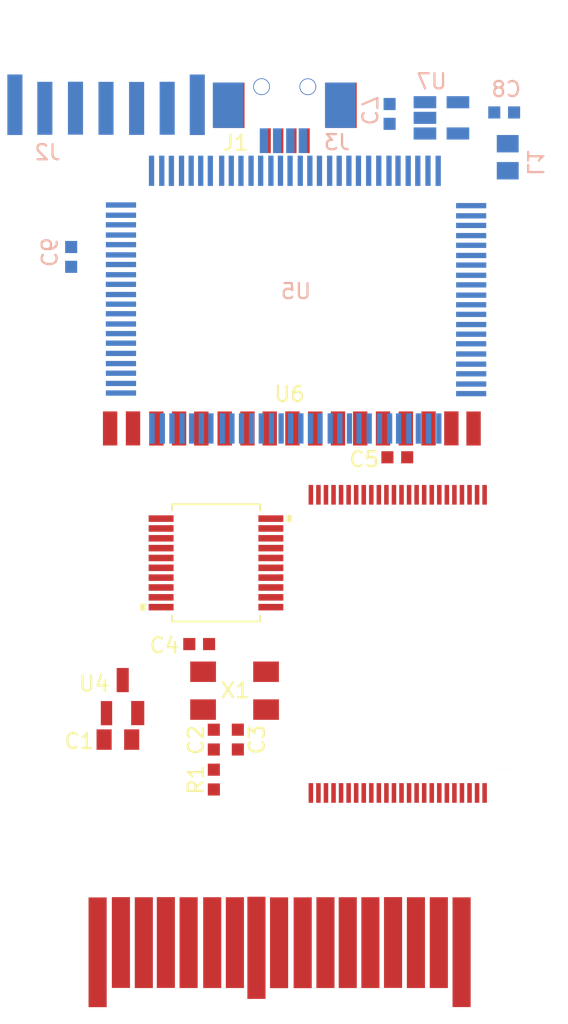
<source format=kicad_pcb>
(kicad_pcb (version 20211014) (generator pcbnew)
  (layers (0 "F.Cu" signal) (1 "In1.Cu" signal) (2 "In2.Cu" signal) (31 "B.Cu" signal) (34 "B.Paste" user) (35 "F.Paste" user) (36 "B.SilkS" user "B.Silkscreen") (37 "F.SilkS" user "F.Silkscreen") (38 "B.Mask" user) (39 "F.Mask" user) (44 "Edge.Cuts" user))
  (net 0 "")
  (net 1 "/USB.VCC")
  (net 2 "/USB.D-")
  (net 3 "/USB.D+")
  (net 4 "/GND")
  (net 5 "/PIC.VUSB")
  (net 6 "/PIC.RC0")
  (net 7 "/PIC.RC1")
  (net 8 "/PIC.RC2")
  (net 9 "/PIC.RB4")
  (net 11 "/PIC.RB6")
  (net 13 "/PIC.RC7")
  (net 14 "/PIC.RC6")
  (net 15 "/PIC.RC3")
  (net 16 "/PIC.RC4")
  (net 17 "/PIC.RC5")
  (net 19 "/PIC.CLKOUT")
  (net 20 "/PIC.CLKIN")
  (net 21 "/VCC")
  (net 22 "/TLV.Vout")
  (net 23 "/Weird.Cap")
  (net 24 "/IRQ")
  (net 25 "/CLK")
  (net 27 "/Sys.CS1")
  (net 28 "/Sys.Reset")
  (net 29 "/Sys.CS2")
  (net 30 "/D0")
  (net 31 "/D1")
  (net 32 "/D2")
  (net 33 "/D3")
  (net 34 "/D4")
  (net 35 "/D5")
  (net 36 "/D6")
  (net 37 "/D7")
  (net 38 "/Cart.CS2")
  (net 39 "/Cart.Reset")
  (net 40 "/Cart.CS1")
  (net 44 "/XC.Vout")
  (net 54 "/Eon.A1")
  (net 55 "/Eon.A2")
  (net 56 "/Eon.A3")
  (net 57 "/Eon.A4")
  (net 58 "/Eon.A5")
  (net 59 "/Eon.A6")
  (net 60 "/Eon.A7")
  (net 61 "/Eon.A17")
  (net 62 "/Eon.A18")
  (net 63 "/Eon.WE")
  (net 64 "/Eon.A19")
  (net 65 "/Eon.A8")
  (net 66 "/Eon.A9")
  (net 67 "/Eon.A10")
  (net 68 "/Eon.A11")
  (net 69 "/Eon.A12")
  (net 70 "/Eon.A13")
  (net 71 "/Eon.A14")
  (net 75 "/Eon.DQ7")
  (net 76 "/Eon.DQ6")
  (net 77 "/Eon.DQ5")
  (net 78 "/Eon.DQ4")
  (net 79 "/Eon.DQ3")
  (net 80 "/Eon.DQ2")
  (net 81 "/Eon.DQ1")
  (net 82 "/Eon.DQ0")
  (net 83 "/Eon.OE")
  (net 84 "/Eon.CE")
  (net 85 "/Eon.A0")
  (net 86 "/Eon.A-1")
  (net 87 "/Eon.A16")
  (net 88 "/Eon.A15")
  (net 94 "/Eon.A20")
  (footprint "DSi Action Replay:Little SMD" (layer "F.Cu") (at 145.768 108.67)
    (fp_text reference "C4" (at -2.3 0.056 unlocked) (layer "F.SilkS"))
    (fp_text value "450 nF")
    (pad "1" smd rect (at -0.652 -0.034) (size 0.8 0.8) (layers "F.Cu" "F.Paste" "F.Mask") (net 4 "/GND"))
    (pad "2" smd rect (at 0.657 -0.035) (size 0.8 0.8) (layers "F.Cu" "F.Paste" "F.Mask") (net 5 "/PIC.VUSB"))
  )
  (footprint "DSi Action Replay:Little SMD" (layer "F.Cu") (at 146.773 114.95 90)
    (fp_text reference "C2" (at -0.029 -1.22 90 unlocked) (layer "F.SilkS"))
    (fp_text value "10 pF")
    (pad "1" smd rect (at -0.652 -0.034 90) (size 0.8 0.8) (layers "F.Cu" "F.Paste" "F.Mask") (net 19 "/PIC.CLKOUT"))
    (pad "2" smd rect (at 0.657 -0.035 90) (size 0.8 0.8) (layers "F.Cu" "F.Paste" "F.Mask") (net 4 "/GND"))
  )
  (footprint "DSi Action Replay:Raw Science FPGA" (layer "F.Cu") (at 152.177 85.825)
    (fp_text reference "U5" (at 0 -0.5 unlocked) (layer "B.SilkS") (effects (justify mirror)))
    (fp_text value "Action_Replay_FPGA")
    (pad "1" smd rect (at 9.452 8.567) (size 0.35 2) (layers "B.Cu" "B.Paste" "B.Mask") (net 4 "/GND"))
    (pad "2" smd rect (at 8.777 8.567) (size 0.35 2) (layers "B.Cu" "B.Paste" "B.Mask"))
    (pad "3" smd rect (at 8.099 8.567) (size 0.35 2) (layers "B.Cu" "B.Paste" "B.Mask"))
    (pad "4" smd rect (at 7.466 8.567) (size 0.35 2) (layers "B.Cu" "B.Paste" "B.Mask"))
    (pad "5" smd rect (at 6.791 8.567) (size 0.35 2) (layers "B.Cu" "B.Paste" "B.Mask"))
    (pad "6" smd rect (at 6.196 8.567) (size 0.35 2) (layers "B.Cu" "B.Paste" "B.Mask"))
    (pad "7" smd rect (at 5.52 8.568) (size 0.35 2) (layers "B.Cu" "B.Paste" "B.Mask"))
    (pad "8" smd rect (at 4.843 8.568) (size 0.35 2) (layers "B.Cu" "B.Paste" "B.Mask"))
    (pad "9" smd rect (at 4.173 8.564) (size 0.35 2) (layers "B.Cu" "B.Paste" "B.Mask") (net 4 "/GND"))
    (pad "10" smd rect (at 3.536 8.564) (size 0.35 2) (layers "B.Cu" "B.Paste" "B.Mask") (net 40 "/Cart.CS1"))
    (pad "11" smd rect (at 2.901 8.565) (size 0.35 2) (layers "B.Cu" "B.Paste" "B.Mask") (net 38 "/Cart.CS2"))
    (pad "12" smd rect (at 2.267 8.563) (size 0.35 2) (layers "B.Cu" "B.Paste" "B.Mask") (net 4 "/GND"))
    (pad "13" smd rect (at 1.591 8.563) (size 0.35 2) (layers "B.Cu" "B.Paste" "B.Mask"))
    (pad "14" smd rect (at 0.956 8.567) (size 0.35 2) (layers "B.Cu" "B.Paste" "B.Mask") (net 44 "/XC.Vout"))
    (pad "15" smd rect (at 0.321 8.562) (size 0.35 2) (layers "B.Cu" "B.Paste" "B.Mask") (net 14 "/PIC.RC6"))
    (pad "16" smd rect (at -0.356 8.565) (size 0.35 2) (layers "B.Cu" "B.Paste" "B.Mask") (net 13 "/PIC.RC7"))
    (pad "17" smd rect (at -0.986 8.565) (size 0.35 2) (layers "B.Cu" "B.Paste" "B.Mask") (net 44 "/XC.Vout"))
    (pad "18" smd rect (at -1.622 8.564) (size 0.35 2) (layers "B.Cu" "B.Paste" "B.Mask") (net 21 "/VCC"))
    (pad "19" smd rect (at -2.296 8.565) (size 0.35 2) (layers "B.Cu" "B.Paste" "B.Mask") (net 11 "/PIC.RB6"))
    (pad "20" smd rect (at -2.934 8.565) (size 0.35 2) (layers "B.Cu" "B.Paste" "B.Mask") (net 9 "/PIC.RB4"))
    (pad "21" smd rect (at -3.606 8.565) (size 0.35 2) (layers "B.Cu" "B.Paste" "B.Mask") (net 8 "/PIC.RC2"))
    (pad "22" smd rect (at -4.241 8.566) (size 0.35 2) (layers "B.Cu" "B.Paste" "B.Mask"))
    (pad "23" smd rect (at -4.877 8.567) (size 0.35 2) (layers "B.Cu" "B.Paste" "B.Mask") (net 19 "/PIC.CLKOUT"))
    (pad "24" smd rect (at -5.632 8.564) (size 0.35 2) (layers "B.Cu" "B.Paste" "B.Mask") (net 21 "/VCC"))
    (pad "25" smd rect (at -6.265 8.564) (size 0.35 2) (layers "B.Cu" "B.Paste" "B.Mask") (net 4 "/GND"))
    (pad "26" smd rect (at -6.906 8.567) (size 0.35 2) (layers "B.Cu" "B.Paste" "B.Mask") (net 54 "/Eon.A1"))
    (pad "27" smd rect (at -7.537 8.567) (size 0.35 2) (layers "B.Cu" "B.Paste" "B.Mask") (net 55 "/Eon.A2"))
    (pad "28" smd rect (at -8.21 8.563) (size 0.35 2) (layers "B.Cu" "B.Paste" "B.Mask") (net 56 "/Eon.A3"))
    (pad "29" smd rect (at -8.845 8.566) (size 0.35 2) (layers "B.Cu" "B.Paste" "B.Mask") (net 57 "/Eon.A4"))
    (pad "30" smd rect (at -9.521 8.566) (size 0.35 2) (layers "B.Cu" "B.Paste" "B.Mask") (net 58 "/Eon.A5"))
    (pad "31" smd rect (at -11.586 6.224) (size 2 0.35) (layers "B.Cu" "B.Paste" "B.Mask") (net 59 "/Eon.A6"))
    (pad "32" smd rect (at -11.583 5.589) (size 2 0.35) (layers "B.Cu" "B.Paste" "B.Mask") (net 60 "/Eon.A7"))
    (pad "33" smd rect (at -11.584 4.914) (size 2 0.35) (layers "B.Cu" "B.Paste" "B.Mask") (net 61 "/Eon.A17"))
    (pad "34" smd rect (at -11.586 4.279) (size 2 0.35) (layers "B.Cu" "B.Paste" "B.Mask") (net 62 "/Eon.A18"))
    (pad "35" smd rect (at -11.584 3.605) (size 2 0.35) (layers "B.Cu" "B.Paste" "B.Mask") (net 63 "/Eon.WE"))
    (pad "36" smd rect (at -11.585 2.93) (size 2 0.35) (layers "B.Cu" "B.Paste" "B.Mask") (net 64 "/Eon.A19"))
    (pad "37" smd rect (at -11.585 2.299) (size 2 0.35) (layers "B.Cu" "B.Paste" "B.Mask") (net 44 "/XC.Vout"))
    (pad "38" smd rect (at -11.587 1.661) (size 2 0.35) (layers "B.Cu" "B.Paste" "B.Mask") (net 4 "/GND"))
    (pad "39" smd rect (at -11.587 0.985) (size 2 0.35) (layers "B.Cu" "B.Paste" "B.Mask") (net 21 "/VCC"))
    (pad "40" smd rect (at -11.585 0.352) (size 2 0.35) (layers "B.Cu" "B.Paste" "B.Mask") (net 65 "/Eon.A8"))
    (pad "41" smd rect (at -11.585 -0.284) (size 2 0.35) (layers "B.Cu" "B.Paste" "B.Mask") (net 66 "/Eon.A9"))
    (pad "42" smd rect (at -11.587 -0.958) (size 2 0.35) (layers "B.Cu" "B.Paste" "B.Mask") (net 67 "/Eon.A10"))
    (pad "43" smd rect (at -11.585 -1.593) (size 2 0.35) (layers "B.Cu" "B.Paste" "B.Mask") (net 68 "/Eon.A11"))
    (pad "44" smd rect (at -11.585 -2.268) (size 2 0.35) (layers "B.Cu" "B.Paste" "B.Mask") (net 69 "/Eon.A12"))
    (pad "45" smd rect (at -11.584 -2.903) (size 2 0.35) (layers "B.Cu" "B.Paste" "B.Mask") (net 70 "/Eon.A13"))
    (pad "46" smd rect (at -11.584 -3.579) (size 2 0.35) (layers "B.Cu" "B.Paste" "B.Mask") (net 71 "/Eon.A14"))
    (pad "47" smd rect (at -11.585 -4.215) (size 2 0.35) (layers "B.Cu" "B.Paste" "B.Mask") (net 6 "/PIC.RC0"))
    (pad "48" smd rect (at -11.587 -4.891) (size 2 0.35) (layers "B.Cu" "B.Paste" "B.Mask") (net 7 "/PIC.RC1"))
    (pad "49" smd rect (at -11.584 -5.524) (size 2 0.35) (layers "B.Cu" "B.Paste" "B.Mask") (net 15 "/PIC.RC3"))
    (pad "50" smd rect (at -11.583 -6.2) (size 2 0.35) (layers "B.Cu" "B.Paste" "B.Mask") (net 21 "/VCC"))
    (pad "51" smd rect (at -9.561 -8.462) (size 0.35 2) (layers "B.Cu" "B.Paste" "B.Mask") (net 4 "/GND"))
    (pad "52" smd rect (at -8.883 -8.46) (size 0.35 2) (layers "B.Cu" "B.Paste" "B.Mask") (net 21 "/VCC"))
    (pad "53" smd rect (at -8.248 -8.456) (size 0.35 2) (layers "B.Cu" "B.Paste" "B.Mask"))
    (pad "54" smd rect (at -7.575 -8.461) (size 0.35 2) (layers "B.Cu" "B.Paste" "B.Mask") (net 16 "/PIC.RC4"))
    (pad "55" smd rect (at -6.938 -8.462) (size 0.35 2) (layers "B.Cu" "B.Paste" "B.Mask") (net 17 "/PIC.RC5"))
    (pad "56" smd rect (at -6.306 -8.46) (size 0.35 2) (layers "B.Cu" "B.Paste" "B.Mask") (net 21 "/VCC"))
    (pad "57" smd rect (at -5.67 -8.457) (size 0.35 2) (layers "B.Cu" "B.Paste" "B.Mask"))
    (pad "58" smd rect (at -4.918 -8.461) (size 0.35 2) (layers "B.Cu" "B.Paste" "B.Mask"))
    (pad "59" smd rect (at -4.283 -8.46) (size 0.35 2) (layers "B.Cu" "B.Paste" "B.Mask") (net 25 "/CLK"))
    (pad "60" smd rect (at -3.643 -8.457) (size 0.35 2) (layers "B.Cu" "B.Paste" "B.Mask") (net 27 "/Sys.CS1"))
    (pad "61" smd rect (at -2.974 -8.461) (size 0.35 2) (layers "B.Cu" "B.Paste" "B.Mask") (net 28 "/Sys.Reset"))
    (pad "62" smd rect (at -2.338 -8.461) (size 0.35 2) (layers "B.Cu" "B.Paste" "B.Mask") (net 29 "/Sys.CS2"))
    (pad "63" smd rect (at -1.66 -8.461) (size 0.35 2) (layers "B.Cu" "B.Paste" "B.Mask") (net 30 "/D0"))
    (pad "64" smd rect (at -1.028 -8.464) (size 0.35 2) (layers "B.Cu" "B.Paste" "B.Mask") (net 31 "/D1"))
    (pad "65" smd rect (at -0.392 -8.459) (size 0.35 2) (layers "B.Cu" "B.Paste" "B.Mask") (net 32 "/D2"))
    (pad "66" smd rect (at 0.284 -8.462) (size 0.35 2) (layers "B.Cu" "B.Paste" "B.Mask") (net 21 "/VCC"))
    (pad "67" smd rect (at 0.918 -8.461) (size 0.35 2) (layers "B.Cu" "B.Paste" "B.Mask") (net 4 "/GND"))
    (pad "68" smd rect (at 1.553 -8.459) (size 0.35 2) (layers "B.Cu" "B.Paste" "B.Mask") (net 44 "/XC.Vout"))
    (pad "69" smd rect (at 2.229 -8.461) (size 0.35 2) (layers "B.Cu" "B.Paste" "B.Mask") (net 33 "/D3"))
    (pad "70" smd rect (at 2.859 -8.46) (size 0.35 2) (layers "B.Cu" "B.Paste" "B.Mask") (net 34 "/D4"))
    (pad "71" smd rect (at 3.5 -8.462) (size 0.35 2) (layers "B.Cu" "B.Paste" "B.Mask") (net 35 "/D5"))
    (pad "72" smd rect (at 4.133 -8.462) (size 0.35 2) (layers "B.Cu" "B.Paste" "B.Mask") (net 36 "/D6"))
    (pad "73" smd rect (at 4.81 -8.463) (size 0.35 2) (layers "B.Cu" "B.Paste" "B.Mask") (net 37 "/D7"))
    (pad "74" smd rect (at 5.479 -8.463) (size 0.35 2) (layers "B.Cu" "B.Paste" "B.Mask") (net 21 "/VCC"))
    (pad "75" smd rect (at 6.154 -8.462) (size 0.35 2) (layers "B.Cu" "B.Paste" "B.Mask") (net 4 "/GND"))
    (pad "76" smd rect (at 6.752 -8.462) (size 0.35 2) (layers "B.Cu" "B.Paste" "B.Mask") (net 75 "/Eon.DQ7"))
    (pad "77" smd rect (at 7.425 -8.459) (size 0.35 2) (layers "B.Cu" "B.Paste" "B.Mask") (net 76 "/Eon.DQ6"))
    (pad "78" smd rect (at 8.062 -8.459) (size 0.35 2) (layers "B.Cu" "B.Paste" "B.Mask") (net 77 "/Eon.DQ5"))
    (pad "79" smd rect (at 8.735 -8.464) (size 0.35 2) (layers "B.Cu" "B.Paste" "B.Mask") (net 78 "/Eon.DQ4"))
    (pad "80" smd rect (at 9.41 -8.459) (size 0.35 2) (layers "B.Cu" "B.Paste" "B.Mask") (net 79 "/Eon.DQ3"))
    (pad "81" smd rect (at 11.593 -6.156) (size 2 0.35) (layers "B.Cu" "B.Paste" "B.Mask") (net 80 "/Eon.DQ2"))
    (pad "82" smd rect (at 11.593 -5.485) (size 2 0.35) (layers "B.Cu" "B.Paste" "B.Mask") (net 81 "/Eon.DQ1"))
    (pad "83" smd rect (at 11.592 -4.851) (size 2 0.35) (layers "B.Cu" "B.Paste" "B.Mask") (net 82 "/Eon.DQ0"))
    (pad "84" smd rect (at 11.594 -4.177) (size 2 0.35) (layers "B.Cu" "B.Paste" "B.Mask") (net 83 "/Eon.OE"))
    (pad "85" smd rect (at 11.593 -3.537) (size 2 0.35) (layers "B.Cu" "B.Paste" "B.Mask") (net 84 "/Eon.CE"))
    (pad "86" smd rect (at 11.596 -2.866) (size 2 0.35) (layers "B.Cu" "B.Paste" "B.Mask") (net 85 "/Eon.A0"))
    (pad "87" smd rect (at 11.596 -2.231) (size 2 0.35) (layers "B.Cu" "B.Paste" "B.Mask") (net 21 "/VCC"))
    (pad "88" smd rect (at 11.593 -1.555) (size 2 0.35) (layers "B.Cu" "B.Paste" "B.Mask") (net 4 "/GND"))
    (pad "89" smd rect (at 11.597 -0.924) (size 2 0.35) (layers "B.Cu" "B.Paste" "B.Mask") (net 44 "/XC.Vout"))
    (pad "90" smd rect (at 11.597 -0.244) (size 2 0.35) (layers "B.Cu" "B.Paste" "B.Mask") (net 86 "/Eon.A-1"))
    (pad "91" smd rect (at 11.593 0.392) (size 2 0.35) (layers "B.Cu" "B.Paste" "B.Mask") (net 87 "/Eon.A16"))
    (pad "92" smd rect (at 11.593 1.025) (size 2 0.35) (layers "B.Cu" "B.Paste" "B.Mask") (net 88 "/Eon.A15"))
    (pad "93" smd rect (at 11.594 1.699) (size 2 0.35) (layers "B.Cu" "B.Paste" "B.Mask"))
    (pad "94" smd rect (at 11.594 2.335) (size 2 0.35) (layers "B.Cu" "B.Paste" "B.Mask") (net 24 "/IRQ"))
    (pad "95" smd rect (at 11.592 2.97) (size 2 0.35) (layers "B.Cu" "B.Paste" "B.Mask") (net 39 "/Cart.Reset"))
    (pad "96" smd rect (at 11.594 3.643) (size 2 0.35) (layers "B.Cu" "B.Paste" "B.Mask"))
    (pad "97" smd rect (at 11.593 4.315) (size 2 0.35) (layers "B.Cu" "B.Paste" "B.Mask"))
    (pad "98" smd rect (at 11.597 4.953) (size 2 0.35) (layers "B.Cu" "B.Paste" "B.Mask"))
    (pad "99" smd rect (at 11.593 5.628) (size 2 0.35) (layers "B.Cu" "B.Paste" "B.Mask"))
    (pad "100" smd rect (at 11.593 6.264) (size 2 0.35) (layers "B.Cu" "B.Paste" "B.Mask") (net 94 "/Eon.A20"))
  )
  (footprint "DSi Action Replay:Board Edge Rear Connector" (layer "F.Cu") (at 139.563 73.265)
    (fp_text reference "J2" (at -3.831 2.883 unlocked) (layer "B.SilkS") (effects (justify mirror)))
    (fp_text value "Board Edge Connector")
    (pad "1" smd rect (at 6.08 -0.262) (size 1 4) (layers "B.Cu" "B.Paste" "B.Mask") (net 21 "/VCC"))
    (pad "2" smd rect (at 4.088 -0.032) (size 1 3.5) (layers "B.Cu" "B.Paste" "B.Mask") (net 6 "/PIC.RC0"))
    (pad "3" smd rect (at 2.065 -0.022) (size 1 3.5) (layers "B.Cu" "B.Paste" "B.Mask") (net 7 "/PIC.RC1"))
    (pad "4" smd rect (at 0.04 -0.027) (size 1 3.5) (layers "B.Cu" "B.Paste" "B.Mask") (net 15 "/PIC.RC3"))
    (pad "5" smd rect (at -1.98 -0.038) (size 1 3.5) (layers "B.Cu" "B.Paste" "B.Mask") (net 16 "/PIC.RC4"))
    (pad "6" smd rect (at -4.007 -0.03) (size 1 3.5) (layers "B.Cu" "B.Paste" "B.Mask") (net 17 "/PIC.RC5"))
    (pad "7" smd rect (at -5.989 -0.264) (size 1 4) (layers "B.Cu" "B.Paste" "B.Mask") (net 4 "/GND"))
  )
  (footprint "DSi Action Replay:Big SMD" (layer "F.Cu") (at 140.369 114.954)
    (fp_text reference "C1" (at -2.544 0.1 unlocked) (layer "F.SilkS"))
    (fp_text value "100 nF")
    (pad "1" smd rect (at -0.892 -0.008) (size 1 1.35) (layers "F.Cu" "F.Paste" "F.Mask") (net 4 "/GND"))
    (pad "2" smd rect (at 0.933 -0.008) (size 1 1.35) (layers "F.Cu" "F.Paste" "F.Mask") (net 44 "/XC.Vout"))
  )
  (footprint "DSi Action Replay:65E9 SOT-23" (layer "F.Cu") (at 140.648 112.107)
    (fp_text reference "U4" (at -1.838 -0.856 unlocked) (layer "F.SilkS"))
    (fp_text value "XC6206P152")
    (pad "1" smd rect (at -1.013 1.094) (size 0.75 1.6) (layers "F.Cu" "F.Paste" "F.Mask") (net 4 "/GND"))
    (pad "2" smd rect (at 1.054 1.088) (size 0.87 1.6) (layers "F.Cu" "F.Paste" "F.Mask") (net 44 "/XC.Vout"))
    (pad "3" smd rect (at 0.06 -1.093) (size 0.8 1.6) (layers "F.Cu" "F.Paste" "F.Mask") (net 21 "/VCC"))
  )
  (footprint "DSi Action Replay:PIC18F14K50-I&slash_SS" (layer "F.Cu") (at 146.882 103.271 180)
    (fp_text reference "U3" hide)
    (fp_text value "PIC18F14K50-I/SS" hide)
    (fp_line (start -2.921 -3.8735) (end -2.921 -3.473641) (layer "F.SilkS") (width 0.12))
    (fp_line (start -2.921 3.8735) (end 2.921 3.8735) (layer "F.SilkS") (width 0.12))
    (fp_line (start 2.921 -3.473638) (end 2.921 -3.8735) (layer "F.SilkS") (width 0.12))
    (fp_line (start -2.921 3.473638) (end -2.921 3.8735) (layer "F.SilkS") (width 0.12))
    (fp_line (start 2.921 -3.8735) (end -2.921 -3.8735) (layer "F.SilkS") (width 0.12))
    (fp_line (start 2.921 3.8735) (end 2.921 3.473641) (layer "F.SilkS") (width 0.12))
    (fp_poly (pts (xy 4.9657 -3.115498) (xy 4.9657 -2.734498) (xy 4.7117 -2.734498) (xy 4.7117 -3.115498)) (layer "F.SilkS") (width 0.1) (fill solid))
    (fp_poly (pts (xy -4.9657 2.734498) (xy -4.9657 3.115498) (xy -4.7117 3.115498) (xy -4.7117 2.734498)) (layer "F.SilkS") (width 0.1) (fill solid))
    (pad "1" smd rect (at -3.6322 -2.925 180) (size 1.651 0.4318) (layers "F.Cu" "F.Paste" "F.Mask") (net 21 "/VCC"))
    (pad "2" smd rect (at -3.6322 -2.274999 180) (size 1.651 0.4318) (layers "F.Cu" "F.Paste" "F.Mask") (net 20 "/PIC.CLKIN"))
    (pad "3" smd rect (at -3.6322 -1.625001 180) (size 1.651 0.4318) (layers "F.Cu" "F.Paste" "F.Mask") (net 19 "/PIC.CLKOUT"))
    (pad "4" smd rect (at -3.6322 -0.974999 180) (size 1.651 0.4318) (layers "F.Cu" "F.Paste" "F.Mask"))
    (pad "5" smd rect (at -3.6322 -0.325001 180) (size 1.651 0.4318) (layers "F.Cu" "F.Paste" "F.Mask") (net 17 "/PIC.RC5"))
    (pad "6" smd rect (at -3.6322 0.324998 180) (size 1.651 0.4318) (layers "F.Cu" "F.Paste" "F.Mask") (net 16 "/PIC.RC4"))
    (pad "7" smd rect (at -3.6322 0.974999 180) (size 1.651 0.4318) (layers "F.Cu" "F.Paste" "F.Mask") (net 15 "/PIC.RC3"))
    (pad "8" smd rect (at -3.6322 1.624998 180) (size 1.651 0.4318) (layers "F.Cu" "F.Paste" "F.Mask") (net 14 "/PIC.RC6"))
    (pad "9" smd rect (at -3.6322 2.274999 180) (size 1.651 0.4318) (layers "F.Cu" "F.Paste" "F.Mask") (net 13 "/PIC.RC7"))
    (pad "10" smd rect (at -3.6322 2.924998 180) (size 1.651 0.4318) (layers "F.Cu" "F.Paste" "F.Mask"))
    (pad "11" smd rect (at 3.6322 2.925 180) (size 1.651 0.4318) (layers "F.Cu" "F.Paste" "F.Mask") (net 11 "/PIC.RB6"))
    (pad "12" smd rect (at 3.6322 2.275002 180) (size 1.651 0.4318) (layers "F.Cu" "F.Paste" "F.Mask"))
    (pad "13" smd rect (at 3.6322 1.625001 180) (size 1.651 0.4318) (layers "F.Cu" "F.Paste" "F.Mask") (net 9 "/PIC.RB4"))
    (pad "14" smd rect (at 3.6322 0.975002 180) (size 1.651 0.4318) (layers "F.Cu" "F.Paste" "F.Mask") (net 8 "/PIC.RC2"))
    (pad "15" smd rect (at 3.6322 0.325001 180) (size 1.651 0.4318) (layers "F.Cu" "F.Paste" "F.Mask") (net 7 "/PIC.RC1"))
    (pad "16" smd rect (at 3.6322 -0.324998 180) (size 1.651 0.4318) (layers "F.Cu" "F.Paste" "F.Mask") (net 6 "/PIC.RC0"))
    (pad "17" smd rect (at 3.6322 -0.974999 180) (size 1.651 0.4318) (layers "F.Cu" "F.Paste" "F.Mask") (net 5 "/PIC.VUSB"))
    (pad "18" smd rect (at 3.6322 -1.624998 180) (size 1.651 0.4318) (layers "F.Cu" "F.Paste" "F.Mask") (net 2 "/USB.D-"))
    (pad "19" smd rect (at 3.6322 -2.274999 180) (size 1.651 0.4318) (layers "F.Cu" "F.Paste" "F.Mask") (net 3 "/USB.D+"))
    (pad "20" smd rect (at 3.6322 -2.924998 180) (size 1.651 0.4318) (layers "F.Cu" "F.Paste" "F.Mask") (net 4 "/GND"))
  )
  (footprint "MountingHole:MountingHole_2.1mm" (layer "F.Cu") (at 166.946 88.077)
    (fp_text reference "H2" hide)
    (fp_text value "MountingHole_2.1mm")
    (pad "" np_thru_hole circle (at 0 0) (size 1.75 1.75) (drill 1.75) (layers F&B.Cu *.Mask))
  )
  (footprint "DSi Action Replay:USB Adapter" (layer "F.Cu") (at 151.502 73.869)
    (fp_text reference "J1" (at -3.33 1.647 unlocked) (layer "F.SilkS"))
    (fp_text value "USB Port")
    (pad "1" smd rect (at -3.732 -0.832) (size 2 3) (layers "F.Cu" "F.Paste" "F.Mask") (net 4 "/GND"))
    (pad "1" smd rect (at 3.692 -0.834) (size 2 3) (layers "F.Cu" "F.Paste" "F.Mask") (net 4 "/GND"))
    (pad "1" smd rect (at -1.269 1.506) (size 0.55 1.63) (layers "F.Cu" "F.Paste" "F.Mask") (net 4 "/GND"))
    (pad "2" smd rect (at -0.435 1.511) (size 0.55 1.63) (layers "F.Cu" "F.Paste" "F.Mask") (net 3 "/USB.D+"))
    (pad "3" smd rect (at 0.435 1.511) (size 0.55 1.63) (layers "F.Cu" "F.Paste" "F.Mask") (net 2 "/USB.D-"))
    (pad "4" smd rect (at 1.309 1.51) (size 0.55 1.63) (layers "F.Cu" "F.Paste" "F.Mask") (net 1 "/USB.VCC"))
  )
  (footprint "DSi Action Replay:DS Slot" (layer "F.Cu") (at 151.918 94.371)
    (fp_text reference "U6" (at -0.166 -2.251 unlocked) (layer "F.SilkS"))
    (fp_text value "NDS_Cart_Slot")
    (pad "1" smd rect (at 12.011 0.021) (size 0.95 2.25) (layers "F.Cu" "F.Paste" "F.Mask") (net 4 "/GND"))
    (pad "2" smd rect (at 10.541 0.014) (size 0.95 2.25) (layers "F.Cu" "F.Paste" "F.Mask") (net 25 "/CLK"))
    (pad "3" smd rect (at 9.032 0.018) (size 0.95 2.25) (layers "F.Cu" "F.Paste" "F.Mask"))
    (pad "4" smd rect (at 7.53 0.018) (size 0.95 2.25) (layers "F.Cu" "F.Paste" "F.Mask") (net 40 "/Cart.CS1"))
    (pad "5" smd rect (at 6.02 0.019) (size 0.95 2.25) (layers "F.Cu" "F.Paste" "F.Mask") (net 39 "/Cart.Reset"))
    (pad "6" smd rect (at 4.509 0.019) (size 0.95 2.25) (layers "F.Cu" "F.Paste" "F.Mask") (net 38 "/Cart.CS2"))
    (pad "7" smd rect (at 3.04 0.018) (size 0.95 2.25) (layers "F.Cu" "F.Paste" "F.Mask") (net 24 "/IRQ"))
    (pad "8" smd rect (at 1.532 0.023) (size 0.95 2.25) (layers "F.Cu" "F.Paste" "F.Mask") (net 21 "/VCC"))
    (pad "9" smd rect (at 0.023 0.017) (size 0.95 2.25) (layers "F.Cu" "F.Paste" "F.Mask") (net 30 "/D0"))
    (pad "10" smd rect (at -1.48 0.02) (size 0.95 2.25) (layers "F.Cu" "F.Paste" "F.Mask") (net 31 "/D1"))
    (pad "11" smd rect (at -2.952 0.019) (size 0.95 2.25) (layers "F.Cu" "F.Paste" "F.Mask") (net 32 "/D2"))
    (pad "12" smd rect (at -4.461 0.021) (size 0.95 2.25) (layers "F.Cu" "F.Paste" "F.Mask") (net 33 "/D3"))
    (pad "13" smd rect (at -6.006 0.024) (size 0.95 2.25) (layers "F.Cu" "F.Paste" "F.Mask") (net 34 "/D4"))
    (pad "14" smd rect (at -7.479 0.019) (size 0.95 2.25) (layers "F.Cu" "F.Paste" "F.Mask") (net 35 "/D5"))
    (pad "15" smd rect (at -8.981 0.023) (size 0.95 2.25) (layers "F.Cu" "F.Paste" "F.Mask") (net 36 "/D6"))
    (pad "16" smd rect (at -10.528 0.015) (size 0.95 2.25) (layers "F.Cu" "F.Paste" "F.Mask") (net 37 "/D7"))
    (pad "17" smd rect (at -12.042 0.018) (size 0.95 2.25) (layers "F.Cu" "F.Paste" "F.Mask") (net 4 "/GND"))
  )
  (footprint "DSi Action Replay:Little SMD" (layer "F.Cu") (at 148.363 114.947 90)
    (fp_text reference "C3" (at -0.002 1.232 90 unlocked) (layer "F.SilkS"))
    (fp_text value "10 pF")
    (pad "1" smd rect (at -0.652 -0.034 90) (size 0.8 0.8) (layers "F.Cu" "F.Paste" "F.Mask") (net 20 "/PIC.CLKIN"))
    (pad "2" smd rect (at 0.657 -0.035 90) (size 0.8 0.8) (layers "F.Cu" "F.Paste" "F.Mask") (net 4 "/GND"))
  )
  (footprint "DSi Action Replay:ODN  SOT-23-5" (layer "F.Cu") (at 161.708 73.898)
    (fp_text reference "U7" (at -0.557 -2.433 unlocked) (layer "B.SilkS") (effects (justify mirror)))
    (fp_text value "TLV70033DDCT")
    (pad "1" smd rect (at -0.997 1.002) (size 1.5 0.8) (layers "B.Cu" "B.Paste" "B.Mask") (net 1 "/USB.VCC"))
    (pad "2" smd rect (at -0.996 -0.032) (size 1.5 0.8) (layers "B.Cu" "B.Paste" "B.Mask") (net 4 "/GND"))
    (pad "3" smd rect (at -0.997 -1.064) (size 1.5 0.8) (layers "B.Cu" "B.Paste" "B.Mask") (net 1 "/USB.VCC"))
    (pad "4" smd rect (at 1.187 -1.062) (size 1.5 0.8) (layers "B.Cu" "B.Paste" "B.Mask") (net 23 "/Weird.Cap"))
    (pad "5" smd rect (at 1.186 1.001) (size 1.5 0.8) (layers "B.Cu" "B.Paste" "B.Mask") (net 22 "/TLV.Vout"))
  )
  (footprint "DSi Action Replay:Edge Connector" (layer "F.Cu") (at 151.082 128.308)
    (fp_text reference "U1" hide)
    (fp_text value "NDS_Cart_Edge")
    (pad "1" smd rect (at -12.034 0.693) (size 1.2 7.25) (layers "F.Cu" "F.Paste" "F.Mask") (net 4 "/GND"))
    (pad "2" smd rect (at -10.492 0.047) (size 1.2 6) (layers "F.Cu" "F.Paste" "F.Mask") (net 25 "/CLK"))
    (pad "3" smd rect (at -8.977 0.055) (size 1.2 6) (layers "F.Cu" "F.Paste" "F.Mask"))
    (pad "4" smd rect (at -7.518 0.047) (size 1.2 6) (layers "F.Cu" "F.Paste" "F.Mask") (net 27 "/Sys.CS1"))
    (pad "5" smd rect (at -6.011 0.054) (size 1.2 6) (layers "F.Cu" "F.Paste" "F.Mask") (net 28 "/Sys.Reset"))
    (pad "6" smd rect (at -4.448 0.054) (size 1.2 6) (layers "F.Cu" "F.Paste" "F.Mask") (net 29 "/Sys.CS2"))
    (pad "7" smd rect (at -2.949 0.054) (size 1.2 6) (layers "F.Cu" "F.Paste" "F.Mask") (net 24 "/IRQ"))
    (pad "8" smd rect (at -1.522 0.397) (size 1.2 6.75) (layers "F.Cu" "F.Paste" "F.Mask") (net 21 "/VCC"))
    (pad "9" smd rect (at -0.025 0.062) (size 1.2 6) (layers "F.Cu" "F.Paste" "F.Mask") (net 30 "/D0"))
    (pad "10" smd rect (at 1.538 0.062) (size 1.2 6) (layers "F.Cu" "F.Paste" "F.Mask") (net 31 "/D1"))
    (pad "11" smd rect (at 3.045 0.054) (size 1.2 6) (layers "F.Cu" "F.Paste" "F.Mask") (net 32 "/D2"))
    (pad "12" smd rect (at 4.52 0.054) (size 1.2 6) (layers "F.Cu" "F.Paste" "F.Mask") (net 33 "/D3"))
    (pad "13" smd rect (at 6.019 0.054) (size 1.2 6) (layers "F.Cu" "F.Paste" "F.Mask") (net 34 "/D4"))
    (pad "14" smd rect (at 7.518 0.046) (size 1.2 6) (layers "F.Cu" "F.Paste" "F.Mask") (net 35 "/D5"))
    (pad "15" smd rect (at 9.033 0.054) (size 1.2 6) (layers "F.Cu" "F.Paste" "F.Mask") (net 36 "/D6"))
    (pad "16" smd rect (at 10.548 0.054) (size 1.2 6) (layers "F.Cu" "F.Paste" "F.Mask") (net 37 "/D7"))
    (pad "17" smd rect (at 12.055 0.687) (size 1.2 7.25) (layers "F.Cu" "F.Paste" "F.Mask") (net 4 "/GND"))
  )
  (footprint "DSi Action Replay:Clock" (layer "F.Cu") (at 148.13 111.727)
    (fp_text reference "X1" (at 0.025 -0.036 unlocked) (layer "F.SilkS"))
    (fp_text value "WTL K4 12 MHz")
    (pad "1" smd rect (at -2.103 1.238) (size 1.7 1.35) (layers "F.Cu" "F.Paste" "F.Mask") (net 19 "/PIC.CLKOUT"))
    (pad "2" smd rect (at 2.067 1.238) (size 1.7 1.35) (layers "F.Cu" "F.Paste" "F.Mask"))
    (pad "3" smd rect (at 2.066 -1.264) (size 1.7 1.35) (layers "F.Cu" "F.Paste" "F.Mask") (net 20 "/PIC.CLKIN"))
    (pad "4" smd rect (at -2.101 -1.264) (size 1.7 1.35) (layers "F.Cu" "F.Paste" "F.Mask"))
  )
  (footprint "DSi Action Replay:Little SMD" (layer "F.Cu") (at 158.879 96.328)
    (fp_text reference "C5" (at -2.194 0.106 unlocked) (layer "F.SilkS"))
    (fp_text value "100 nF")
    (pad "1" smd rect (at -0.652 -0.034) (size 0.8 0.8) (layers "F.Cu" "F.Paste" "F.Mask") (net 21 "/VCC"))
    (pad "2" smd rect (at 0.657 -0.035) (size 0.8 0.8) (layers "F.Cu" "F.Paste" "F.Mask") (net 4 "/GND"))
  )
  (footprint "MountingHole:MountingHole_2.1mm" (layer "F.Cu") (at 135.862 88.035)
    (fp_text reference "H1" hide)
    (fp_text value "MountingHole_2.1mm")
    (pad "" np_thru_hole circle (at 0 0) (size 1.75 1.75) (drill 1.75) (layers F&B.Cu *.Mask))
  )
  (footprint "DSi Action Replay:Ferrite Inductor" (layer "F.Cu") (at 166.168 76.461)
    (fp_text reference "L1" (at 1.833 0.347 -90 unlocked) (layer "B.SilkS") (effects (justify mirror)))
    (fp_text value "2.2 uH")
    (pad "1" smd rect (at 0.022 0.9) (size 1.45 1.15) (layers "B.Cu" "B.Paste" "B.Mask") (net 21 "/VCC"))
    (pad "2" smd rect (at 0.021 -0.886) (size 1.45 1.15) (layers "B.Cu" "B.Paste" "B.Mask") (net 22 "/TLV.Vout"))
  )
  (footprint "DSi Action Replay:Little SMD" (layer "F.Cu") (at 146.775 117.59 90)
    (fp_text reference "R1" (at -0.006 -1.232 90 unlocked) (layer "F.SilkS"))
    (fp_text value "102")
    (pad "1" smd rect (at -0.652 -0.034 90) (size 0.8 0.8) (layers "F.Cu" "F.Paste" "F.Mask") (net 24 "/IRQ"))
    (pad "2" smd rect (at 0.657 -0.035 90) (size 0.8 0.8) (layers "F.Cu" "F.Paste" "F.Mask") (net 4 "/GND"))
  )
  (footprint "GBA:SOP50P2000X120-48N" (layer "F.Cu") (at 158.911 108.622 90)
    (fp_text reference "U2" hide)
    (fp_text value "EN29LV320BT" hide)
    (pad "1" smd rect (at -9.85 -5.75 180) (size 0.3 1.3) (layers "F.Cu" "F.Paste" "F.Mask") (net 88 "/Eon.A15"))
    (pad "2" smd rect (at -9.85 -5.25 180) (size 0.3 1.3) (layers "F.Cu" "F.Paste" "F.Mask") (net 71 "/Eon.A14"))
    (pad "3" smd rect (at -9.85 -4.75 180) (size 0.3 1.3) (layers "F.Cu" "F.Paste" "F.Mask") (net 70 "/Eon.A13"))
    (pad "4" smd rect (at -9.85 -4.25 180) (size 0.3 1.3) (layers "F.Cu" "F.Paste" "F.Mask") (net 69 "/Eon.A12"))
    (pad "5" smd rect (at -9.85 -3.75 180) (size 0.3 1.3) (layers "F.Cu" "F.Paste" "F.Mask") (net 68 "/Eon.A11"))
    (pad "6" smd rect (at -9.85 -3.25 180) (size 0.3 1.3) (layers "F.Cu" "F.Paste" "F.Mask") (net 67 "/Eon.A10"))
    (pad "7" smd rect (at -9.85 -2.75 180) (size 0.3 1.3) (layers "F.Cu" "F.Paste" "F.Mask") (net 66 "/Eon.A9"))
    (pad "8" smd rect (at -9.85 -2.25 180) (size 0.3 1.3) (layers "F.Cu" "F.Paste" "F.Mask") (net 65 "/Eon.A8"))
    (pad "9" smd rect (at -9.85 -1.75 180) (size 0.3 1.3) (layers "F.Cu" "F.Paste" "F.Mask") (net 64 "/Eon.A19"))
    (pad "10" smd rect (at -9.85 -1.25 180) (size 0.3 1.3) (layers "F.Cu" "F.Paste" "F.Mask") (net 94 "/Eon.A20"))
    (pad "11" smd rect (at -9.85 -0.75 180) (size 0.3 1.3) (layers "F.Cu" "F.Paste" "F.Mask") (net 63 "/Eon.WE"))
    (pad "12" smd rect (at -9.85 -0.25 180) (size 0.3 1.3) (layers "F.Cu" "F.Paste" "F.Mask") (net 21 "/VCC"))
    (pad "13" smd rect (at -9.85 0.25 180) (size 0.3 1.3) (layers "F.Cu" "F.Paste" "F.Mask"))
    (pad "14" smd rect (at -9.85 0.75 180) (size 0.3 1.3) (layers "F.Cu" "F.Paste" "F.Mask") (net 21 "/VCC"))
    (pad "15" smd rect (at -9.85 1.25 180) (size 0.3 1.3) (layers "F.Cu" "F.Paste" "F.Mask"))
    (pad "16" smd rect (at -9.85 1.75 180) (size 0.3 1.3) (layers "F.Cu" "F.Paste" "F.Mask") (net 62 "/Eon.A18"))
    (pad "17" smd rect (at -9.85 2.25 180) (size 0.3 1.3) (layers "F.Cu" "F.Paste" "F.Mask") (net 61 "/Eon.A17"))
    (pad "18" smd rect (at -9.85 2.75 180) (size 0.3 1.3) (layers "F.Cu" "F.Paste" "F.Mask") (net 60 "/Eon.A7"))
    (pad "19" smd rect (at -9.85 3.25 180) (size 0.3 1.3) (layers "F.Cu" "F.Paste" "F.Mask") (net 59 "/Eon.A6"))
    (pad "20" smd rect (at -9.85 3.75 180) (size 0.3 1.3) (layers "F.Cu" "F.Paste" "F.Mask") (net 58 "/Eon.A5"))
    (pad "21" smd rect (at -9.85 4.25 180) (size 0.3 1.3) (layers "F.Cu" "F.Paste" "F.Mask") (net 57 "/Eon.A4"))
    (pad "22" smd rect (at -9.85 4.75 180) (size 0.3 1.3) (layers "F.Cu" "F.Paste" "F.Mask") (net 56 "/Eon.A3"))
    (pad "23" smd rect (at -9.85 5.25 180) (size 0.3 1.3) (layers "F.Cu" "F.Paste" "F.Mask") (net 55 "/Eon.A2"))
    (pad "24" smd rect (at -9.85 5.75 180) (size 0.3 1.3) (layers "F.Cu" "F.Paste" "F.Mask") (net 54 "/Eon.A1"))
    (pad "25" smd rect (at 9.85 5.75 180) (size 0.3 1.3) (layers "F.Cu" "F.Paste" "F.Mask") (net 85 "/Eon.A0"))
    (pad "26" smd rect (at 9.85 5.25 180) (size 0.3 1.3) (layers "F.Cu" "F.Paste" "F.Mask") (net 84 "/Eon.CE"))
    (pad "27" smd rect (at 9.85 4.75 180) (size 0.3 1.3) (layers "F.Cu" "F.Paste" "F.Mask") (net 4 "/GND"))
    (pad "28" smd rect (at 9.85 4.25 180) (size 0.3 1.3) (layers "F.Cu" "F.Paste" "F.Mask") (net 83 "/Eon.OE"))
    (pad "29" smd rect (at 9.85 3.75 180) (size 0.3 1.3) (layers "F.Cu" "F.Paste" "F.Mask") (net 82 "/Eon.DQ0"))
    (pad "30" smd rect (at 9.85 3.25 180) (size 0.3 1.3) (layers "F.Cu" "F.Paste" "F.Mask"))
    (pad "31" smd rect (at 9.85 2.75 180) (size 0.3 1.3) (layers "F.Cu" "F.Paste" "F.Mask") (net 81 "/Eon.DQ1"))
    (pad "32" smd rect (at 9.85 2.25 180) (size 0.3 1.3) (layers "F.Cu" "F.Paste" "F.Mask"))
    (pad "33" smd rect (at 9.85 1.75 180) (size 0.3 1.3) (layers "F.Cu" "F.Paste" "F.Mask") (net 80 "/Eon.DQ2"))
    (pad "34" smd rect (at 9.85 1.25 180) (size 0.3 1.3) (layers "F.Cu" "F.Paste" "F.Mask"))
    (pad "35" smd rect (at 9.85 0.75 180) (size 0.3 1.3) (layers "F.Cu" "F.Paste" "F.Mask") (net 79 "/Eon.DQ3"))
    (pad "36" smd rect (at 9.85 0.25 180) (size 0.3 1.3) (layers "F.Cu" "F.Paste" "F.Mask"))
    (pad "37" smd rect (at 9.85 -0.25 180) (size 0.3 1.3) (layers "F.Cu" "F.Paste" "F.Mask") (net 21 "/VCC"))
    (pad "38" smd rect (at 9.85 -0.75 180) (size 0.3 1.3) (layers "F.Cu" "F.Paste" "F.Mask") (net 78 "/Eon.DQ4"))
    (pad "39" smd rect (at 9.85 -1.25 180) (size 0.3 1.3) (layers "F.Cu" "F.Paste" "F.Mask"))
    (pad "40" smd rect (at 9.85 -1.75 180) (size 0.3 1.3) (layers "F.Cu" "F.Paste" "F.Mask") (net 77 "/Eon.DQ5"))
    (pad "41" smd rect (at 9.85 -2.25 180) (size 0.3 1.3) (layers "F.Cu" "F.Paste" "F.Mask"))
    (pad "42" smd rect (at 9.85 -2.75 180) (size 0.3 1.3) (layers "F.Cu" "F.Paste" "F.Mask") (net 76 "/Eon.DQ6"))
    (pad "43" smd rect (at 9.85 -3.25 180) (size 0.3 1.3) (layers "F.Cu" "F.Paste" "F.Mask"))
    (pad "44" smd rect (at 9.85 -3.75 180) (size 0.3 1.3) (layers "F.Cu" "F.Paste" "F.Mask") (net 75 "/Eon.DQ7"))
    (pad "45" smd rect (at 9.85 -4.25 180) (size 0.3 1.3) (layers "F.Cu" "F.Paste" "F.Mask") (net 86 "/Eon.A-1"))
    (pad "46" smd rect (at 9.85 -4.75 180) (size 0.3 1.3) (layers "F.Cu" "F.Paste" "F.Mask") (net 4 "/GND"))
    (pad "47" smd rect (at 9.85 -5.25 180) (size 0.3 1.3) (layers "F.Cu" "F.Paste" "F.Mask"))
    (pad "48" smd rect (at 9.85 -5.75 180) (size 0.3 1.3) (layers "F.Cu" "F.Paste" "F.Mask") (net 87 "/Eon.A16"))
  )
  (footprint "DSi Action Replay:USB Adapter" (layer "B.Cu") (at 151.364 73.8672 180)
    (fp_text reference "J3" (at -3.527 -1.6178 unlocked) (layer "B.SilkS") (effects (justify mirror)))
    (fp_text value "USB Port")
    (pad "1" smd rect (at 3.692 0.834 180) (size 2 3) (layers "B.Cu" "B.Paste" "B.Mask") (net 4 "/GND"))
    (pad "1" smd rect (at -3.732 0.832 180) (size 2 3) (layers "B.Cu" "B.Paste" "B.Mask") (net 4 "/GND"))
    (pad "1" smd rect (at -1.269 -1.506 180) (size 0.55 1.63) (layers "B.Cu" "B.Paste" "B.Mask") (net 4 "/GND"))
    (pad "2" smd rect (at -0.435 -1.511 180) (size 0.55 1.63) (layers "B.Cu" "B.Paste" "B.Mask") (net 3 "/USB.D+"))
    (pad "3" smd rect (at 0.435 -1.511 180) (size 0.55 1.63) (layers "B.Cu" "B.Paste" "B.Mask") (net 2 "/USB.D-"))
    (pad "4" smd rect (at 1.309 -1.51 180) (size 0.55 1.63) (layers "B.Cu" "B.Paste" "B.Mask") (net 1 "/USB.VCC"))
    (pad "5" thru_hole circle (at 1.466165 2.0584 180) (size 1.1 1.1) (drill 1) (layers *.Cu *.Mask))
    (pad "5" thru_hole circle (at -1.596 2.056 180) (size 1.1 1.1) (drill 1) (layers *.Cu *.Mask))
  )
  (footprint "DSi Action Replay:Little SMD" (layer "B.Cu") (at 137.262 83.057 90)
    (fp_text reference "C6" (at 0.31 -1.467 270 unlocked) (layer "B.SilkS") (effects (justify mirror)))
    (fp_text value "100 nF")
    (pad "1" smd rect (at -0.652 0.034 90) (size 0.8 0.8) (layers "B.Cu" "B.Paste" "B.Mask") (net 21 "/VCC"))
    (pad "2" smd rect (at 0.657 0.035 90) (size 0.8 0.8) (layers "B.Cu" "B.Paste" "B.Mask") (net 4 "/GND"))
  )
  (footprint "DSi Action Replay:Little SMD" (layer "B.Cu") (at 158.3375 73.6095 90)
    (fp_text reference "C7" (at 0.2245 -1.3205 270 unlocked) (layer "B.SilkS") (effects (justify mirror)))
    (fp_text value "100 nF")
    (pad "1" smd rect (at -0.652 0.034 90) (size 0.8 0.8) (layers "B.Cu" "B.Paste" "B.Mask") (net 1 "/USB.VCC"))
    (pad "2" smd rect (at 0.657 0.035 90) (size 0.8 0.8) (layers "B.Cu" "B.Paste" "B.Mask") (net 4 "/GND"))
  )
  (footprint "DSi Action Replay:Little SMD" (layer "B.Cu") (at 165.958 73.544 180)
    (fp_text reference "C8" (at -0.134 1.569 unlocked) (layer "B.SilkS") (effects (justify mirror)))
    (fp_text value "100 nF")
    (pad "1" smd rect (at -0.652 0.034 180) (size 0.8 0.8) (layers "B.Cu" "B.Paste" "B.Mask") (net 4 "/GND"))
    (pad "2" smd rect (at 0.657 0.035 180) (size 0.8 0.8) (layers "B.Cu" "B.Paste" "B.Mask") (net 23 "/Weird.Cap"))
  )
  (gr_circle (center 152.972065 71.805) (end 152.562 71.912) (layer "F.Cu") (width 0.2) (fill none))
  (gr_circle (center 149.913795 71.809) (end 149.50373 71.916) (layer "F.Cu") (width 0.2) (fill none))
  (gr_line (start 165.1883 119.4244) (end 164.539448 119.4244) (layer "Edge.Cuts") (width 0.002))
  (gr_line (start 165.1883 116.8744) (end 165.1883 119.4244) (layer "Edge.Cuts") (width 0.002))
  (gr_line (start 136.1883 96.1244) (end 136.1883 119.4244) (layer "Edge.Cuts") (width 0.002))
  (gr_line (start 132.5883 94.0744) (end 132.5883 70.8244) (layer "Edge.Cuts") (width 0.002))
  (gr_arc (start 164.493448 122.006889) (mid 163.192105 120.692055) (end 164.539448 119.4244) (layer "Edge.Cuts") (width 0.002))
  (gr_line (start 136.1883 96.1244) (end 132.5883 94.0744) (layer "Edge.Cuts") (width 0.002))
  (gr_line (start 132.5883 70.8244) (end 170.1883 70.8244) (layer "Edge.Cuts") (width 0.002))
  (gr_line (start 138.284 121.965) (end 137.5633 121.965) (layer "Edge.Cuts") (width 0.002))
  (gr_line (start 166.5883 116.8744) (end 165.1883 116.8744) (layer "Edge.Cuts") (width 0.002))
  (gr_line (start 137.5633 121.965) (end 137.5633 132.8244) (layer "Edge.Cuts") (width 0.002))
  (gr_line (start 165.2133 132.8244) (end 137.5633 132.8244) (layer "Edge.Cuts") (width 0.002))
  (gr_arc (start 138.238 119.4244) (mid 139.563862 120.671111) (end 138.284 121.965) (layer "Edge.Cuts") (width 0.002))
  (gr_line (start 138.238 119.4244) (end 136.1883 119.4244) (layer "Edge.Cuts") (width 0.002))
  (gr_line (start 170.1883 70.8244) (end 170.1883 94.0744) (layer "Edge.Cuts") (width 0.002))
  (gr_line (start 165.2133 122.006889) (end 164.493448 122.006889) (layer "Edge.Cuts") (width 0.002))
  (gr_line (start 166.5883 96.1244) (end 166.5883 116.8744) (layer "Edge.Cuts") (width 0.002))
  (gr_line (start 170.1883 94.0744) (end 166.5883 96.1244) (layer "Edge.Cuts") (width 0.002))
  (gr_line (start 165.2133 122.006889) (end 165.2133 132.8244) (layer "Edge.Cuts") (width 0.002))
)
</source>
